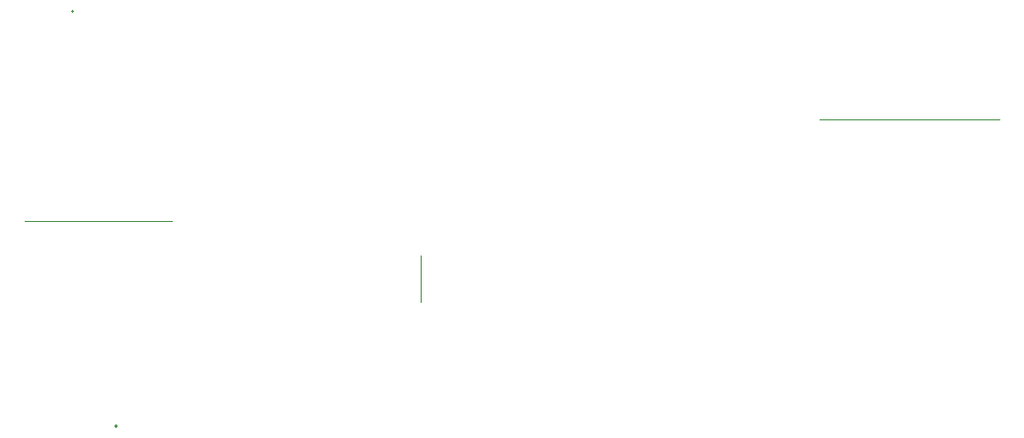
<source format=gbr>
G04 #@! TF.GenerationSoftware,KiCad,Pcbnew,9.0.0*
G04 #@! TF.CreationDate,2025-04-19T14:36:31+09:00*
G04 #@! TF.ProjectId,nofy_V2_E,6e6f6679-5f56-4325-9f45-2e6b69636164,rev?*
G04 #@! TF.SameCoordinates,Original*
G04 #@! TF.FileFunction,Legend,Top*
G04 #@! TF.FilePolarity,Positive*
%FSLAX46Y46*%
G04 Gerber Fmt 4.6, Leading zero omitted, Abs format (unit mm)*
G04 Created by KiCad (PCBNEW 9.0.0) date 2025-04-19 14:36:31*
%MOMM*%
%LPD*%
G01*
G04 APERTURE LIST*
%ADD10C,0.100000*%
%ADD11C,0.127000*%
G04 APERTURE END LIST*
D10*
X55295500Y-55003000D02*
X55295500Y-59003000D01*
X104895500Y-43303000D02*
X89495500Y-43303000D01*
X21395500Y-52003000D02*
X33995500Y-52003000D01*
D11*
X25555400Y-34035100D02*
G75*
G02*
X25428400Y-34035100I-63500J0D01*
G01*
X25428400Y-34035100D02*
G75*
G02*
X25555400Y-34035100I63500J0D01*
G01*
X29259000Y-69628000D02*
G75*
G02*
X29132000Y-69628000I-63500J0D01*
G01*
X29132000Y-69628000D02*
G75*
G02*
X29259000Y-69628000I63500J0D01*
G01*
M02*

</source>
